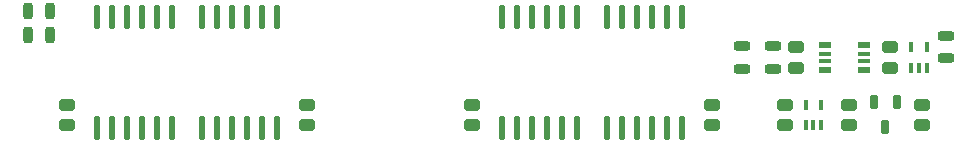
<source format=gtp>
G04 #@! TF.GenerationSoftware,KiCad,Pcbnew,7.0.1-0*
G04 #@! TF.CreationDate,2023-11-01T19:37:58-04:00*
G04 #@! TF.ProjectId,GW4194,47573431-3934-42e6-9b69-6361645f7063,1.1-SOJ-DC*
G04 #@! TF.SameCoordinates,Original*
G04 #@! TF.FileFunction,Paste,Top*
G04 #@! TF.FilePolarity,Positive*
%FSLAX46Y46*%
G04 Gerber Fmt 4.6, Leading zero omitted, Abs format (unit mm)*
G04 Created by KiCad (PCBNEW 7.0.1-0) date 2023-11-01 19:37:58*
%MOMM*%
%LPD*%
G01*
G04 APERTURE LIST*
G04 Aperture macros list*
%AMRoundRect*
0 Rectangle with rounded corners*
0 $1 Rounding radius*
0 $2 $3 $4 $5 $6 $7 $8 $9 X,Y pos of 4 corners*
0 Add a 4 corners polygon primitive as box body*
4,1,4,$2,$3,$4,$5,$6,$7,$8,$9,$2,$3,0*
0 Add four circle primitives for the rounded corners*
1,1,$1+$1,$2,$3*
1,1,$1+$1,$4,$5*
1,1,$1+$1,$6,$7*
1,1,$1+$1,$8,$9*
0 Add four rect primitives between the rounded corners*
20,1,$1+$1,$2,$3,$4,$5,0*
20,1,$1+$1,$4,$5,$6,$7,0*
20,1,$1+$1,$6,$7,$8,$9,0*
20,1,$1+$1,$8,$9,$2,$3,0*%
G04 Aperture macros list end*
%ADD10RoundRect,0.237500X0.437500X-0.262500X0.437500X0.262500X-0.437500X0.262500X-0.437500X-0.262500X0*%
%ADD11RoundRect,0.187500X0.212500X0.487500X-0.212500X0.487500X-0.212500X-0.487500X0.212500X-0.487500X0*%
%ADD12RoundRect,0.187500X-0.212500X-0.487500X0.212500X-0.487500X0.212500X0.487500X-0.212500X0.487500X0*%
%ADD13RoundRect,0.237500X-0.437500X0.262500X-0.437500X-0.262500X0.437500X-0.262500X0.437500X0.262500X0*%
%ADD14RoundRect,0.187500X-0.487500X0.212500X-0.487500X-0.212500X0.487500X-0.212500X0.487500X0.212500X0*%
%ADD15RoundRect,0.060000X0.100000X-0.400000X0.100000X0.400000X-0.100000X0.400000X-0.100000X-0.400000X0*%
%ADD16RoundRect,0.150000X-0.200000X0.475000X-0.200000X-0.475000X0.200000X-0.475000X0.200000X0.475000X0*%
%ADD17RoundRect,0.187500X0.487500X-0.212500X0.487500X0.212500X-0.487500X0.212500X-0.487500X-0.212500X0*%
%ADD18RoundRect,0.125000X0.150000X-0.866000X0.150000X0.866000X-0.150000X0.866000X-0.150000X-0.866000X0*%
%ADD19RoundRect,0.110000X-0.425000X-0.150000X0.425000X-0.150000X0.425000X0.150000X-0.425000X0.150000X0*%
%ADD20RoundRect,0.060000X-0.475000X-0.100000X0.475000X-0.100000X0.475000X0.100000X-0.475000X0.100000X0*%
%ADD21RoundRect,0.072500X-0.462500X-0.112500X0.462500X-0.112500X0.462500X0.112500X-0.462500X0.112500X0*%
G04 APERTURE END LIST*
D10*
X85090000Y-94107000D03*
X85090000Y-92407000D03*
X105410000Y-94107000D03*
X105410000Y-92407000D03*
X119380000Y-94107000D03*
X119380000Y-92407000D03*
X157480000Y-94107000D03*
X157480000Y-92407000D03*
D11*
X83650000Y-86500000D03*
X81750000Y-86500000D03*
D12*
X81750000Y-84500000D03*
X83650000Y-84500000D03*
D13*
X146800000Y-87550000D03*
X146800000Y-89250000D03*
D14*
X144800000Y-87450000D03*
X144800000Y-89350000D03*
D15*
X147600000Y-94100000D03*
X148250000Y-94100000D03*
X148900000Y-94100000D03*
X148900000Y-92400000D03*
X147600000Y-92400000D03*
X156550000Y-89250000D03*
X157200000Y-89250000D03*
X157850000Y-89250000D03*
X157850000Y-87550000D03*
X156550000Y-87550000D03*
D13*
X154700000Y-87550000D03*
X154700000Y-89250000D03*
D16*
X155300000Y-92200000D03*
X153400000Y-92200000D03*
X154350000Y-94300000D03*
D13*
X151250000Y-92400000D03*
X151250000Y-94100000D03*
D17*
X142200000Y-89350000D03*
X142200000Y-87450000D03*
D13*
X145800000Y-92400000D03*
X145800000Y-94100000D03*
D18*
X121920000Y-94361000D03*
X123190000Y-94361000D03*
X124460000Y-94361000D03*
X125730000Y-94361000D03*
X127000000Y-94361000D03*
X128270000Y-94361000D03*
X130810000Y-94361000D03*
X132080000Y-94361000D03*
X133350000Y-94361000D03*
X134620000Y-94361000D03*
X135890000Y-94361000D03*
X137160000Y-94361000D03*
X137160000Y-84963000D03*
X135890000Y-84963000D03*
X134620000Y-84963000D03*
X133350000Y-84963000D03*
X132080000Y-84963000D03*
X130810000Y-84963000D03*
X128270000Y-84963000D03*
X127000000Y-84963000D03*
X125730000Y-84963000D03*
X124460000Y-84963000D03*
X123190000Y-84963000D03*
X121920000Y-84963000D03*
X87630000Y-94361000D03*
X88900000Y-94361000D03*
X90170000Y-94361000D03*
X91440000Y-94361000D03*
X92710000Y-94361000D03*
X93980000Y-94361000D03*
X96520000Y-94361000D03*
X97790000Y-94361000D03*
X99060000Y-94361000D03*
X100330000Y-94361000D03*
X101600000Y-94361000D03*
X102870000Y-94361000D03*
X102870000Y-84963000D03*
X101600000Y-84963000D03*
X100330000Y-84963000D03*
X99060000Y-84963000D03*
X97790000Y-84963000D03*
X96520000Y-84963000D03*
X93980000Y-84963000D03*
X92710000Y-84963000D03*
X91440000Y-84963000D03*
X90170000Y-84963000D03*
X88900000Y-84963000D03*
X87630000Y-84963000D03*
D10*
X139700000Y-94107000D03*
X139700000Y-92407000D03*
D19*
X149200000Y-87350000D03*
D20*
X149200000Y-88075000D03*
X149200000Y-88725000D03*
D19*
X149200000Y-89450000D03*
X152500000Y-89450000D03*
D21*
X152500000Y-88725000D03*
X152500000Y-88075000D03*
D19*
X152500000Y-87350000D03*
D14*
X159500000Y-86550000D03*
X159500000Y-88450000D03*
M02*

</source>
